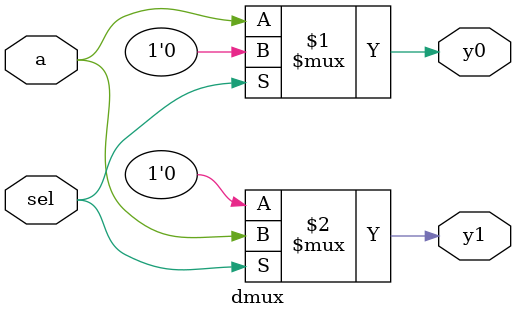
<source format=v>
module dmux(input a, input sel, output y0, output y1);
  
    assign y0 = sel ? 1'b0 : a;
    assign y1 = sel ? a : 1'b0;
    
endmodule
</source>
